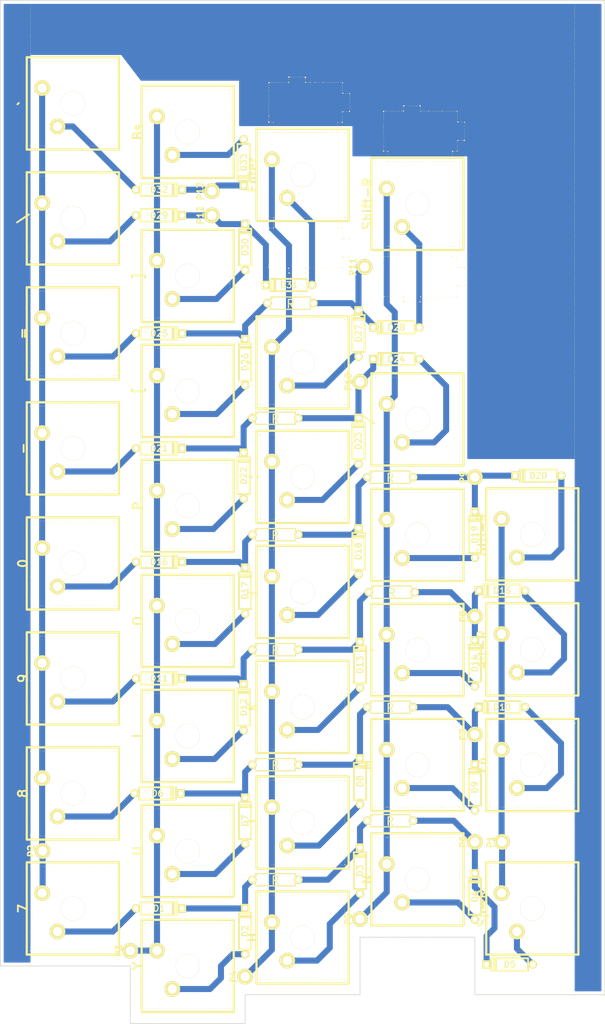
<source format=kicad_pcb>
(kicad_pcb (version 3) (host pcbnew "(2013-07-07 BZR 4022)-stable")
  (title_block (title type2_right))
  (layers (15 F.Cu signal) (0 B.Cu signal) (18 B.Paste user) (19 F.Paste user) (20 B.SilkS user) (21 F.SilkS user) (22 B.Mask user) (23 F.Mask user) (28 Edge.Cuts user))
  (net 0 "")
  (net 1 N-000001)
  (net 2 N-0000010)
  (net 3 N-0000011)
  (net 4 N-0000012)
  (net 5 N-0000013)
  (net 6 N-0000014)
  (net 7 N-0000015)
  (net 8 N-0000016)
  (net 9 N-0000017)
  (net 10 N-0000018)
  (net 11 N-0000019)
  (net 12 N-000002)
  (net 13 N-0000020)
  (net 14 N-0000021)
  (net 15 N-0000022)
  (net 16 N-0000023)
  (net 17 N-0000024)
  (net 18 N-0000025)
  (net 19 N-0000026)
  (net 20 N-0000027)
  (net 21 N-0000028)
  (net 22 N-0000029)
  (net 23 N-000003)
  (net 24 N-0000030)
  (net 25 N-0000031)
  (net 26 N-0000032)
  (net 27 N-0000033)
  (net 28 N-0000034)
  (net 29 N-0000035)
  (net 30 N-0000036)
  (net 31 N-0000037)
  (net 32 N-0000038)
  (net 33 N-0000039)
  (net 34 N-000004)
  (net 35 N-0000040)
  (net 36 N-0000041)
  (net 37 N-0000042)
  (net 38 N-0000043)
  (net 39 N-0000044)
  (net 40 N-0000045)
  (net 41 N-0000046)
  (net 42 N-0000047)
  (net 43 N-0000048)
  (net 44 N-0000049)
  (net 45 N-000005)
  (net 46 N-0000050)
  (net 47 N-0000051)
  (net 48 N-0000052)
  (net 49 N-0000053)
  (net 50 N-0000054)
  (net 51 N-0000055)
  (net 52 N-0000056)
  (net 53 N-000006)
  (net 54 N-000007)
  (net 55 N-000008)
  (net 56 N-000009)
  (module 1pin (layer F.Cu) (at 28 161.75 90)
    (fp_text reference P2 (at 0 -1.905 90) (layer F.SilkS) (effects (font (size 1.016 1.016) (thickness 0.254))))
    (fp_text value CONN_1 hide)
    (pad 1 thru_hole circle (at 0 0 90) (size 2.6 2.6) (drill 1.5011) (layers *.Cu *.Mask F.SilkS) (net 43 N-0000048))
  )
  (module 1pin (layer F.Cu) (at 42.5 178.25 90)
    (fp_text reference P3 (at 0 -1.905 90) (layer F.SilkS) (effects (font (size 1.016 1.016) (thickness 0.254))))
    (fp_text value CONN_1 hide)
    (pad 1 thru_hole circle (at 0 0 90) (size 2.6 2.6) (drill 1.5011) (layers *.Cu *.Mask F.SilkS) (net 42 N-0000047))
  )
  (module 1pin (layer F.Cu) (at 61.5 182.5 90)
    (fp_text reference P4 (at 0 -1.905 90) (layer F.SilkS) (effects (font (size 1.016 1.016) (thickness 0.254))))
    (fp_text value CONN_1 hide)
    (pad 1 thru_hole circle (at 0 0 90) (size 2.6 2.6) (drill 1.5011) (layers *.Cu *.Mask F.SilkS) (net 48 N-0000052))
  )
  (module 1pin (layer F.Cu) (at 80.5 173 90)
    (fp_text reference P5 (at 0 -1.905 90) (layer F.SilkS) (effects (font (size 1.016 1.016) (thickness 0.254))))
    (fp_text value CONN_1 hide)
    (pad 1 thru_hole circle (at 0 0 90) (size 2.6 2.6) (drill 1.5011) (layers *.Cu *.Mask F.SilkS) (net 47 N-0000051))
  )
  (module 1pin (layer F.Cu) (at 56 52.75 90)
    (fp_text reference P13 (at 0 -1.905 90) (layer F.SilkS) (effects (font (size 1.016 1.016) (thickness 0.254))))
    (fp_text value CONN_1 hide)
    (pad 1 thru_hole circle (at 0 0 90) (size 2.6 2.6) (drill 1.5011) (layers *.Cu *.Mask F.SilkS) (net 27 N-0000033))
  )
  (module 1pin (layer F.Cu) (at 56 56.75 90)
    (fp_text reference P12 (at 0 -1.905 90) (layer F.SilkS) (effects (font (size 1.016 1.016) (thickness 0.254))))
    (fp_text value CONN_1 hide)
    (pad 1 thru_hole circle (at 0 0 90) (size 2.6 2.6) (drill 1.5011) (layers *.Cu *.Mask F.SilkS) (net 28 N-0000034))
  )
  (module 1pin (layer F.Cu) (at 81.25 65.25 90)
    (fp_text reference P11 (at 0 -1.905 90) (layer F.SilkS) (effects (font (size 1.016 1.016) (thickness 0.254))))
    (fp_text value CONN_1 hide)
    (pad 1 thru_hole circle (at 0 0 90) (size 2.6 2.6) (drill 1.5011) (layers *.Cu *.Mask F.SilkS) (net 24 N-0000030))
  )
  (module 1pin (layer F.Cu) (at 80.5 84.25 90)
    (fp_text reference P10 (at 0 -1.905 90) (layer F.SilkS) (effects (font (size 1.016 1.016) (thickness 0.254))))
    (fp_text value CONN_1 hide)
    (pad 1 thru_hole circle (at 0 0 90) (size 2.6 2.6) (drill 1.5011) (layers *.Cu *.Mask F.SilkS) (net 25 N-0000031))
  )
  (module 1pin (layer F.Cu) (at 99.5 100 90)
    (fp_text reference P9 (at 0 -1.905 90) (layer F.SilkS) (effects (font (size 1.016 1.016) (thickness 0.254))))
    (fp_text value CONN_1 hide)
    (pad 1 thru_hole circle (at 0 0 90) (size 2.6 2.6) (drill 1.5011) (layers *.Cu *.Mask F.SilkS) (net 26 N-0000032))
  )
  (module 1pin (layer F.Cu) (at 99.5 123 90)
    (fp_text reference P8 (at 0 -1.905 90) (layer F.SilkS) (effects (font (size 1.016 1.016) (thickness 0.254))))
    (fp_text value CONN_1 hide)
    (pad 1 thru_hole circle (at 0 0 90) (size 2.6 2.6) (drill 1.5011) (layers *.Cu *.Mask F.SilkS) (net 4 N-0000012))
  )
  (module 1pin (layer F.Cu) (at 99.5 142.5 90)
    (fp_text reference P7 (at 0 -1.905 90) (layer F.SilkS) (effects (font (size 1.016 1.016) (thickness 0.254))))
    (fp_text value CONN_1 hide)
    (pad 1 thru_hole circle (at 0 0 90) (size 2.6 2.6) (drill 1.5011) (layers *.Cu *.Mask F.SilkS) (net 6 N-0000014))
  )
  (module 1pin (layer F.Cu) (at 99.5 160.25 90)
    (fp_text reference P6 (at 0 -1.905 90) (layer F.SilkS) (effects (font (size 1.016 1.016) (thickness 0.254))))
    (fp_text value CONN_1 hide)
    (pad 1 thru_hole circle (at 0 0 90) (size 2.6 2.6) (drill 1.5011) (layers *.Cu *.Mask F.SilkS) (net 12 N-000002))
  )
  (module 1pin (layer F.Cu) (at 104 160.25 90)
    (fp_text reference P1 (at 0 -1.905 90) (layer F.SilkS) (effects (font (size 1.016 1.016) (thickness 0.254))))
    (fp_text value CONN_1 hide)
    (pad 1 thru_hole circle (at 0 0 90) (size 2.6 2.6) (drill 1.5011) (layers *.Cu *.Mask F.SilkS) (net 40 N-0000045))
  )
  (module LOGO (layer F.Cu) (at 71 105.75 90)
    (fp_text reference G*** hide)
    (fp_text value LOGO hide)
  )
  (module R3 (layer F.Cu) (at 69 71.25)
    (fp_text reference R9 hide)
    (fp_text value R (at 0 0.127) (layer F.SilkS) (effects (font (size 1.397 1.27) (thickness 0.2032))))
    (pad 1 thru_hole circle (at -3.81 0) (size 1.397 1.397) (drill 0.8128) (layers *.Cu *.Mask F.SilkS) (net 20 N-0000027))
    (pad 2 thru_hole circle (at 3.81 0) (size 1.397 1.397) (drill 0.8128) (layers *.Cu *.Mask F.SilkS) (net 24 N-0000030))
  )
  (module R3 (layer F.Cu) (at 66.5 90.25)
    (fp_text reference R8 hide)
    (fp_text value R (at 0 0.127) (layer F.SilkS) (effects (font (size 1.397 1.27) (thickness 0.2032))))
    (pad 1 thru_hole circle (at -3.81 0) (size 1.397 1.397) (drill 0.8128) (layers *.Cu *.Mask F.SilkS) (net 21 N-0000028))
    (pad 2 thru_hole circle (at 3.81 0) (size 1.397 1.397) (drill 0.8128) (layers *.Cu *.Mask F.SilkS) (net 25 N-0000031))
  )
  (module R3 (layer F.Cu) (at 66.5 109.5)
    (fp_text reference R7 hide)
    (fp_text value R (at 0 0.127) (layer F.SilkS) (effects (font (size 1.397 1.27) (thickness 0.2032))))
    (pad 1 thru_hole circle (at -3.81 0) (size 1.397 1.397) (drill 0.8128) (layers *.Cu *.Mask F.SilkS) (net 56 N-000009))
    (pad 2 thru_hole circle (at 3.81 0) (size 1.397 1.397) (drill 0.8128) (layers *.Cu *.Mask F.SilkS) (net 22 N-0000029))
  )
  (module R3 (layer F.Cu) (at 85.75 119)
    (fp_text reference R6 hide)
    (fp_text value R (at 0 0.127) (layer F.SilkS) (effects (font (size 1.397 1.27) (thickness 0.2032))))
    (pad 1 thru_hole circle (at -3.81 0) (size 1.397 1.397) (drill 0.8128) (layers *.Cu *.Mask F.SilkS) (net 2 N-0000010))
    (pad 2 thru_hole circle (at 3.81 0) (size 1.397 1.397) (drill 0.8128) (layers *.Cu *.Mask F.SilkS) (net 4 N-0000012))
  )
  (module R3 (layer F.Cu) (at 66.5 128.5)
    (fp_text reference R5 hide)
    (fp_text value R (at 0 0.127) (layer F.SilkS) (effects (font (size 1.397 1.27) (thickness 0.2032))))
    (pad 1 thru_hole circle (at -3.81 0) (size 1.397 1.397) (drill 0.8128) (layers *.Cu *.Mask F.SilkS) (net 3 N-0000011))
    (pad 2 thru_hole circle (at 3.81 0) (size 1.397 1.397) (drill 0.8128) (layers *.Cu *.Mask F.SilkS) (net 2 N-0000010))
  )
  (module R3 (layer F.Cu) (at 85.5 138)
    (fp_text reference R4 hide)
    (fp_text value R (at 0 0.127) (layer F.SilkS) (effects (font (size 1.397 1.27) (thickness 0.2032))))
    (pad 1 thru_hole circle (at -3.81 0) (size 1.397 1.397) (drill 0.8128) (layers *.Cu *.Mask F.SilkS) (net 5 N-0000013))
    (pad 2 thru_hole circle (at 3.81 0) (size 1.397 1.397) (drill 0.8128) (layers *.Cu *.Mask F.SilkS) (net 6 N-0000014))
  )
  (module R3 (layer F.Cu) (at 66.5 147.5)
    (fp_text reference R3 hide)
    (fp_text value R (at 0 0.127) (layer F.SilkS) (effects (font (size 1.397 1.27) (thickness 0.2032))))
    (pad 1 thru_hole circle (at -3.81 0) (size 1.397 1.397) (drill 0.8128) (layers *.Cu *.Mask F.SilkS) (net 55 N-000008))
    (pad 2 thru_hole circle (at 3.81 0) (size 1.397 1.397) (drill 0.8128) (layers *.Cu *.Mask F.SilkS) (net 5 N-0000013))
  )
  (module R3 (layer F.Cu) (at 85.5 156.75)
    (fp_text reference R2 hide)
    (fp_text value R (at 0 0.127) (layer F.SilkS) (effects (font (size 1.397 1.27) (thickness 0.2032))))
    (pad 1 thru_hole circle (at -3.81 0) (size 1.397 1.397) (drill 0.8128) (layers *.Cu *.Mask F.SilkS) (net 34 N-000004))
    (pad 2 thru_hole circle (at 3.81 0) (size 1.397 1.397) (drill 0.8128) (layers *.Cu *.Mask F.SilkS) (net 12 N-000002))
  )
  (module R3 (layer F.Cu) (at 66.5 166.5)
    (fp_text reference R1 hide)
    (fp_text value R (at 0 0.127) (layer F.SilkS) (effects (font (size 1.397 1.27) (thickness 0.2032))))
    (pad 1 thru_hole circle (at -3.81 0) (size 1.397 1.397) (drill 0.8128) (layers *.Cu *.Mask F.SilkS) (net 23 N-000003))
    (pad 2 thru_hole circle (at 3.81 0) (size 1.397 1.397) (drill 0.8128) (layers *.Cu *.Mask F.SilkS) (net 34 N-000004))
  )
  (module MX1A_NOPCB (layer F.Cu) (at 90 90.45 90)
    (fp_text reference SW24 hide)
    (fp_text value / (at 0 -8.255 90) (layer F.SilkS) (effects (font (size 1.524 1.524) (thickness 0.3048))))
    (pad 0 thru_hole circle (at 0 0 90) (size 3.98018 3.98018) (drill 3.98018) (layers *.Cu *.Mask F.SilkS))
    (pad 2 thru_hole circle (at 2.54 -5.08 90) (size 2.6 2.6) (drill 1.5011) (layers *.Cu *.Mask F.SilkS) (net 47 N-0000051))
    (pad 1 thru_hole circle (at -3.81 -2.54 90) (size 2.6 2.6) (drill 1.5011) (layers *.Cu *.Mask F.SilkS) (net 19 N-0000026))
  )
  (module MX1A_NOPCB (layer F.Cu) (at 33 57.25 90)
    (fp_text reference SW29 hide)
    (fp_text value \ (at 0 -8.255 90) (layer F.SilkS) (effects (font (size 1.524 1.524) (thickness 0.3048))))
    (pad 0 thru_hole circle (at 0 0 90) (size 3.98018 3.98018) (drill 3.98018) (layers *.Cu *.Mask F.SilkS))
    (pad 2 thru_hole circle (at 2.54 -5.08 90) (size 2.6 2.6) (drill 1.5011) (layers *.Cu *.Mask F.SilkS) (net 43 N-0000048))
    (pad 1 thru_hole circle (at -3.81 -2.54 90) (size 2.6 2.6) (drill 1.5011) (layers *.Cu *.Mask F.SilkS) (net 14 N-0000021))
  )
  (module MX1A_NOPCB (layer F.Cu) (at 33 171.25 90)
    (fp_text reference SW1 hide)
    (fp_text value 7 (at 0 -8.255 90) (layer F.SilkS) (effects (font (size 1.524 1.524) (thickness 0.3048))))
    (pad 0 thru_hole circle (at 0 0 90) (size 3.98018 3.98018) (drill 3.98018) (layers *.Cu *.Mask F.SilkS))
    (pad 2 thru_hole circle (at 2.54 -5.08 90) (size 2.6 2.6) (drill 1.5011) (layers *.Cu *.Mask F.SilkS) (net 43 N-0000048))
    (pad 1 thru_hole circle (at -3.81 -2.54 90) (size 2.6 2.6) (drill 1.5011) (layers *.Cu *.Mask F.SilkS) (net 39 N-0000044))
  )
  (module MX1A_NOPCB (layer F.Cu) (at 52 104.75 90)
    (fp_text reference SW22 hide)
    (fp_text value P (at 0 -8.255 90) (layer F.SilkS) (effects (font (size 1.524 1.524) (thickness 0.3048))))
    (pad 0 thru_hole circle (at 0 0 90) (size 3.98018 3.98018) (drill 3.98018) (layers *.Cu *.Mask F.SilkS))
    (pad 2 thru_hole circle (at 2.54 -5.08 90) (size 2.6 2.6) (drill 1.5011) (layers *.Cu *.Mask F.SilkS) (net 42 N-0000047))
    (pad 1 thru_hole circle (at -3.81 -2.54 90) (size 2.6 2.6) (drill 1.5011) (layers *.Cu *.Mask F.SilkS) (net 8 N-0000016))
  )
  (module MX1A_NOPCB (layer F.Cu) (at 33 95.25 90)
    (fp_text reference SW21 hide)
    (fp_text value - (at 0 -8.255 90) (layer F.SilkS) (effects (font (size 1.524 1.524) (thickness 0.3048))))
    (pad 0 thru_hole circle (at 0 0 90) (size 3.98018 3.98018) (drill 3.98018) (layers *.Cu *.Mask F.SilkS))
    (pad 2 thru_hole circle (at 2.54 -5.08 90) (size 2.6 2.6) (drill 1.5011) (layers *.Cu *.Mask F.SilkS) (net 43 N-0000048))
    (pad 1 thru_hole circle (at -3.81 -2.54 90) (size 2.6 2.6) (drill 1.5011) (layers *.Cu *.Mask F.SilkS) (net 9 N-0000017))
  )
  (module MX1A_NOPCB (layer F.Cu) (at 109 109.45 90)
    (fp_text reference SW20 hide)
    (fp_text value GUI-R (at 0 -8.255 90) (layer F.SilkS) (effects (font (size 1.524 1.524) (thickness 0.3048))))
    (pad 0 thru_hole circle (at 0 0 90) (size 3.98018 3.98018) (drill 3.98018) (layers *.Cu *.Mask F.SilkS))
    (pad 2 thru_hole circle (at 2.54 -5.08 90) (size 2.6 2.6) (drill 1.5011) (layers *.Cu *.Mask F.SilkS) (net 40 N-0000045))
    (pad 1 thru_hole circle (at -3.81 -2.54 90) (size 2.6 2.6) (drill 1.5011) (layers *.Cu *.Mask F.SilkS) (net 10 N-0000018))
  )
  (module MX1A_NOPCB (layer F.Cu) (at 90 109.55 90)
    (fp_text reference SW19 hide)
    (fp_text value . (at 0 -8.255 90) (layer F.SilkS) (effects (font (size 1.524 1.524) (thickness 0.3048))))
    (pad 0 thru_hole circle (at 0 0 90) (size 3.98018 3.98018) (drill 3.98018) (layers *.Cu *.Mask F.SilkS))
    (pad 2 thru_hole circle (at 2.54 -5.08 90) (size 2.6 2.6) (drill 1.5011) (layers *.Cu *.Mask F.SilkS) (net 47 N-0000051))
    (pad 1 thru_hole circle (at -3.81 -2.54 90) (size 2.6 2.6) (drill 1.5011) (layers *.Cu *.Mask F.SilkS) (net 11 N-0000019))
  )
  (module MX1A_NOPCB (layer F.Cu) (at 71 118.95 90)
    (fp_text reference SW18 hide)
    (fp_text value L (at 0 -8.255 90) (layer F.SilkS) (effects (font (size 1.524 1.524) (thickness 0.3048))))
    (pad 0 thru_hole circle (at 0 0 90) (size 3.98018 3.98018) (drill 3.98018) (layers *.Cu *.Mask F.SilkS))
    (pad 2 thru_hole circle (at 2.54 -5.08 90) (size 2.6 2.6) (drill 1.5011) (layers *.Cu *.Mask F.SilkS) (net 48 N-0000052))
    (pad 1 thru_hole circle (at -3.81 -2.54 90) (size 2.6 2.6) (drill 1.5011) (layers *.Cu *.Mask F.SilkS) (net 13 N-0000020))
  )
  (module MX1A_NOPCB (layer F.Cu) (at 52 123.75 90)
    (fp_text reference SW17 hide)
    (fp_text value O (at 0 -8.255 90) (layer F.SilkS) (effects (font (size 1.524 1.524) (thickness 0.3048))))
    (pad 0 thru_hole circle (at 0 0 90) (size 3.98018 3.98018) (drill 3.98018) (layers *.Cu *.Mask F.SilkS))
    (pad 2 thru_hole circle (at 2.54 -5.08 90) (size 2.6 2.6) (drill 1.5011) (layers *.Cu *.Mask F.SilkS) (net 42 N-0000047))
    (pad 1 thru_hole circle (at -3.81 -2.54 90) (size 2.6 2.6) (drill 1.5011) (layers *.Cu *.Mask F.SilkS) (net 30 N-0000036))
  )
  (module MX1A_NOPCB (layer F.Cu) (at 33 114.25 90)
    (fp_text reference SW16 hide)
    (fp_text value 0 (at 0 -8.255 90) (layer F.SilkS) (effects (font (size 1.524 1.524) (thickness 0.3048))))
    (pad 0 thru_hole circle (at 0 0 90) (size 3.98018 3.98018) (drill 3.98018) (layers *.Cu *.Mask F.SilkS))
    (pad 2 thru_hole circle (at 2.54 -5.08 90) (size 2.6 2.6) (drill 1.5011) (layers *.Cu *.Mask F.SilkS) (net 43 N-0000048))
    (pad 1 thru_hole circle (at -3.81 -2.54 90) (size 2.6 2.6) (drill 1.5011) (layers *.Cu *.Mask F.SilkS) (net 29 N-0000035))
  )
  (module MX1A_NOPCB (layer F.Cu) (at 33 76.25 90)
    (fp_text reference SW25 hide)
    (fp_text value = (at 0 -8.255 90) (layer F.SilkS) (effects (font (size 1.524 1.524) (thickness 0.3048))))
    (pad 0 thru_hole circle (at 0 0 90) (size 3.98018 3.98018) (drill 3.98018) (layers *.Cu *.Mask F.SilkS))
    (pad 2 thru_hole circle (at 2.54 -5.08 90) (size 2.6 2.6) (drill 1.5011) (layers *.Cu *.Mask F.SilkS) (net 43 N-0000048))
    (pad 1 thru_hole circle (at -3.81 -2.54 90) (size 2.6 2.6) (drill 1.5011) (layers *.Cu *.Mask F.SilkS) (net 18 N-0000025))
  )
  (module MX1A_NOPCB (layer F.Cu) (at 52 85.75 90)
    (fp_text reference SW26 hide)
    (fp_text value [ (at 0 -8.255 90) (layer F.SilkS) (effects (font (size 1.524 1.524) (thickness 0.3048))))
    (pad 0 thru_hole circle (at 0 0 90) (size 3.98018 3.98018) (drill 3.98018) (layers *.Cu *.Mask F.SilkS))
    (pad 2 thru_hole circle (at 2.54 -5.08 90) (size 2.6 2.6) (drill 1.5011) (layers *.Cu *.Mask F.SilkS) (net 42 N-0000047))
    (pad 1 thru_hole circle (at -3.81 -2.54 90) (size 2.6 2.6) (drill 1.5011) (layers *.Cu *.Mask F.SilkS) (net 17 N-0000024))
  )
  (module MX1A_NOPCB (layer F.Cu) (at 71 81.05 90)
    (fp_text reference SW27 hide)
    (fp_text value ' (at 0 -8.255 90) (layer F.SilkS) (effects (font (size 1.524 1.524) (thickness 0.3048))))
    (pad 0 thru_hole circle (at 0 0 90) (size 3.98018 3.98018) (drill 3.98018) (layers *.Cu *.Mask F.SilkS))
    (pad 2 thru_hole circle (at 2.54 -5.08 90) (size 2.6 2.6) (drill 1.5011) (layers *.Cu *.Mask F.SilkS) (net 48 N-0000052))
    (pad 1 thru_hole circle (at -3.81 -2.54 90) (size 2.6 2.6) (drill 1.5011) (layers *.Cu *.Mask F.SilkS) (net 16 N-0000023))
  )
  (module MX1A_NOPCB (layer F.Cu) (at 90 54.85 90)
    (fp_text reference SW28 hide)
    (fp_text value Shift-R (at 0 -8.255 90) (layer F.SilkS) (effects (font (size 1.524 1.524) (thickness 0.3048))))
    (pad 0 thru_hole circle (at 0 0 90) (size 3.98018 3.98018) (drill 3.98018) (layers *.Cu *.Mask F.SilkS))
    (pad 2 thru_hole circle (at 2.54 -5.08 90) (size 2.6 2.6) (drill 1.5011) (layers *.Cu *.Mask F.SilkS) (net 47 N-0000051))
    (pad 1 thru_hole circle (at -3.81 -2.54 90) (size 2.6 2.6) (drill 1.5011) (layers *.Cu *.Mask F.SilkS) (net 15 N-0000022))
  )
  (module MX1A_NOPCB (layer F.Cu) (at 71 99.95 90)
    (fp_text reference SW23 hide)
    (fp_text value ; (at 0 -8.255 90) (layer F.SilkS) (effects (font (size 1.524 1.524) (thickness 0.3048))))
    (pad 0 thru_hole circle (at 0 0 90) (size 3.98018 3.98018) (drill 3.98018) (layers *.Cu *.Mask F.SilkS))
    (pad 2 thru_hole circle (at 2.54 -5.08 90) (size 2.6 2.6) (drill 1.5011) (layers *.Cu *.Mask F.SilkS) (net 48 N-0000052))
    (pad 1 thru_hole circle (at -3.81 -2.54 90) (size 2.6 2.6) (drill 1.5011) (layers *.Cu *.Mask F.SilkS) (net 7 N-0000015))
  )
  (module MX1A_NOPCB (layer F.Cu) (at 52 66.75 90)
    (fp_text reference SW30 hide)
    (fp_text value ] (at 0 -8.255 90) (layer F.SilkS) (effects (font (size 1.524 1.524) (thickness 0.3048))))
    (pad 0 thru_hole circle (at 0 0 90) (size 3.98018 3.98018) (drill 3.98018) (layers *.Cu *.Mask F.SilkS))
    (pad 2 thru_hole circle (at 2.54 -5.08 90) (size 2.6 2.6) (drill 1.5011) (layers *.Cu *.Mask F.SilkS) (net 42 N-0000047))
    (pad 1 thru_hole circle (at -3.81 -2.54 90) (size 2.6 2.6) (drill 1.5011) (layers *.Cu *.Mask F.SilkS) (net 54 N-000007))
  )
  (module MX1A_NOPCB (layer F.Cu) (at 71 50.05 90)
    (fp_text reference SW31 hide)
    (fp_text value Enter (at 0 -8.255 90) (layer F.SilkS) (effects (font (size 1.524 1.524) (thickness 0.3048))))
    (pad 0 thru_hole circle (at 0 0 90) (size 3.98018 3.98018) (drill 3.98018) (layers *.Cu *.Mask F.SilkS))
    (pad 2 thru_hole circle (at 2.54 -5.08 90) (size 2.6 2.6) (drill 1.5011) (layers *.Cu *.Mask F.SilkS) (net 48 N-0000052))
    (pad 1 thru_hole circle (at -3.81 -2.54 90) (size 2.6 2.6) (drill 1.5011) (layers *.Cu *.Mask F.SilkS) (net 53 N-000006))
  )
  (module MX1A_NOPCB (layer F.Cu) (at 33 38.25 90)
    (fp_text reference SW32 hide)
    (fp_text value ` (at 0 -8.255 90) (layer F.SilkS) (effects (font (size 1.524 1.524) (thickness 0.3048))))
    (pad 0 thru_hole circle (at 0 0 90) (size 3.98018 3.98018) (drill 3.98018) (layers *.Cu *.Mask F.SilkS))
    (pad 2 thru_hole circle (at 2.54 -5.08 90) (size 2.6 2.6) (drill 1.5011) (layers *.Cu *.Mask F.SilkS) (net 43 N-0000048))
    (pad 1 thru_hole circle (at -3.81 -2.54 90) (size 2.6 2.6) (drill 1.5011) (layers *.Cu *.Mask F.SilkS) (net 45 N-000005))
  )
  (module MX1A_NOPCB (layer F.Cu) (at 52 42.95 90)
    (fp_text reference SW33 hide)
    (fp_text value Bs (at 0 -8.255 90) (layer F.SilkS) (effects (font (size 1.524 1.524) (thickness 0.3048))))
    (pad 0 thru_hole circle (at 0 0 90) (size 3.98018 3.98018) (drill 3.98018) (layers *.Cu *.Mask F.SilkS))
    (pad 2 thru_hole circle (at 2.54 -5.08 90) (size 2.6 2.6) (drill 1.5011) (layers *.Cu *.Mask F.SilkS) (net 42 N-0000047))
    (pad 1 thru_hole circle (at -3.81 -2.54 90) (size 2.6 2.6) (drill 1.5011) (layers *.Cu *.Mask F.SilkS) (net 1 N-000001))
  )
  (module MX1A_NOPCB (layer F.Cu) (at 90 147.55 90)
    (fp_text reference SW9 hide)
    (fp_text value M (at 0 -8.255 90) (layer F.SilkS) (effects (font (size 1.524 1.524) (thickness 0.3048))))
    (pad 0 thru_hole circle (at 0 0 90) (size 3.98018 3.98018) (drill 3.98018) (layers *.Cu *.Mask F.SilkS))
    (pad 2 thru_hole circle (at 2.54 -5.08 90) (size 2.6 2.6) (drill 1.5011) (layers *.Cu *.Mask F.SilkS) (net 47 N-0000051))
    (pad 1 thru_hole circle (at -3.81 -2.54 90) (size 2.6 2.6) (drill 1.5011) (layers *.Cu *.Mask F.SilkS) (net 46 N-0000050))
  )
  (module MX1A_NOPCB (layer F.Cu) (at 52 161.75 90)
    (fp_text reference SW7 hide)
    (fp_text value U (at 0 -8.255 90) (layer F.SilkS) (effects (font (size 1.524 1.524) (thickness 0.3048))))
    (pad 0 thru_hole circle (at 0 0 90) (size 3.98018 3.98018) (drill 3.98018) (layers *.Cu *.Mask F.SilkS))
    (pad 2 thru_hole circle (at 2.54 -5.08 90) (size 2.6 2.6) (drill 1.5011) (layers *.Cu *.Mask F.SilkS) (net 42 N-0000047))
    (pad 1 thru_hole circle (at -3.81 -2.54 90) (size 2.6 2.6) (drill 1.5011) (layers *.Cu *.Mask F.SilkS) (net 49 N-0000053))
  )
  (module MX1A_NOPCB (layer F.Cu) (at 109 147.55 90)
    (fp_text reference SW10 hide)
    (fp_text value Fn (at 0 -8.255 90) (layer F.SilkS) (effects (font (size 1.524 1.524) (thickness 0.3048))))
    (pad 0 thru_hole circle (at 0 0 90) (size 3.98018 3.98018) (drill 3.98018) (layers *.Cu *.Mask F.SilkS))
    (pad 2 thru_hole circle (at 2.54 -5.08 90) (size 2.6 2.6) (drill 1.5011) (layers *.Cu *.Mask F.SilkS) (net 40 N-0000045))
    (pad 1 thru_hole circle (at -3.81 -2.54 90) (size 2.6 2.6) (drill 1.5011) (layers *.Cu *.Mask F.SilkS) (net 44 N-0000049))
  )
  (module MX1A_NOPCB (layer F.Cu) (at 33 133.25 90)
    (fp_text reference SW11 hide)
    (fp_text value 9 (at 0 -8.255 90) (layer F.SilkS) (effects (font (size 1.524 1.524) (thickness 0.3048))))
    (pad 0 thru_hole circle (at 0 0 90) (size 3.98018 3.98018) (drill 3.98018) (layers *.Cu *.Mask F.SilkS))
    (pad 2 thru_hole circle (at 2.54 -5.08 90) (size 2.6 2.6) (drill 1.5011) (layers *.Cu *.Mask F.SilkS) (net 43 N-0000048))
    (pad 1 thru_hole circle (at -3.81 -2.54 90) (size 2.6 2.6) (drill 1.5011) (layers *.Cu *.Mask F.SilkS) (net 51 N-0000055))
  )
  (module MX1A_NOPCB (layer F.Cu) (at 33 152.25 90)
    (fp_text reference SW6 hide)
    (fp_text value 8 (at 0 -8.255 90) (layer F.SilkS) (effects (font (size 1.524 1.524) (thickness 0.3048))))
    (pad 0 thru_hole circle (at 0 0 90) (size 3.98018 3.98018) (drill 3.98018) (layers *.Cu *.Mask F.SilkS))
    (pad 2 thru_hole circle (at 2.54 -5.08 90) (size 2.6 2.6) (drill 1.5011) (layers *.Cu *.Mask F.SilkS) (net 43 N-0000048))
    (pad 1 thru_hole circle (at -3.81 -2.54 90) (size 2.6 2.6) (drill 1.5011) (layers *.Cu *.Mask F.SilkS) (net 35 N-0000040))
  )
  (module MX1A_NOPCB (layer F.Cu) (at 52 142.75 90)
    (fp_text reference SW12 hide)
    (fp_text value I (at 0 -8.255 90) (layer F.SilkS) (effects (font (size 1.524 1.524) (thickness 0.3048))))
    (pad 0 thru_hole circle (at 0 0 90) (size 3.98018 3.98018) (drill 3.98018) (layers *.Cu *.Mask F.SilkS))
    (pad 2 thru_hole circle (at 2.54 -5.08 90) (size 2.6 2.6) (drill 1.5011) (layers *.Cu *.Mask F.SilkS) (net 42 N-0000047))
    (pad 1 thru_hole circle (at -3.81 -2.54 90) (size 2.6 2.6) (drill 1.5011) (layers *.Cu *.Mask F.SilkS) (net 41 N-0000046))
  )
  (module MX1A_NOPCB (layer F.Cu) (at 109 171.25 90)
    (fp_text reference SW5 hide)
    (fp_text value Sp-R (at 0 -8.255 90) (layer F.SilkS) (effects (font (size 1.524 1.524) (thickness 0.3048))))
    (pad 0 thru_hole circle (at 0 0 90) (size 3.98018 3.98018) (drill 3.98018) (layers *.Cu *.Mask F.SilkS))
    (pad 2 thru_hole circle (at 2.54 -5.08 90) (size 2.6 2.6) (drill 1.5011) (layers *.Cu *.Mask F.SilkS) (net 40 N-0000045))
    (pad 1 thru_hole circle (at -3.81 -2.54 90) (size 2.6 2.6) (drill 1.5011) (layers *.Cu *.Mask F.SilkS) (net 36 N-0000041))
  )
  (module MX1A_NOPCB (layer F.Cu) (at 71 137.95 90)
    (fp_text reference SW13 hide)
    (fp_text value K (at 0 -8.255 90) (layer F.SilkS) (effects (font (size 1.524 1.524) (thickness 0.3048))))
    (pad 0 thru_hole circle (at 0 0 90) (size 3.98018 3.98018) (drill 3.98018) (layers *.Cu *.Mask F.SilkS))
    (pad 2 thru_hole circle (at 2.54 -5.08 90) (size 2.6 2.6) (drill 1.5011) (layers *.Cu *.Mask F.SilkS) (net 48 N-0000052))
    (pad 1 thru_hole circle (at -3.81 -2.54 90) (size 2.6 2.6) (drill 1.5011) (layers *.Cu *.Mask F.SilkS) (net 33 N-0000039))
  )
  (module MX1A_NOPCB (layer F.Cu) (at 90 166.45 90)
    (fp_text reference SW4 hide)
    (fp_text value N (at 0 -8.255 90) (layer F.SilkS) (effects (font (size 1.524 1.524) (thickness 0.3048))))
    (pad 0 thru_hole circle (at 0 0 90) (size 3.98018 3.98018) (drill 3.98018) (layers *.Cu *.Mask F.SilkS))
    (pad 2 thru_hole circle (at 2.54 -5.08 90) (size 2.6 2.6) (drill 1.5011) (layers *.Cu *.Mask F.SilkS) (net 47 N-0000051))
    (pad 1 thru_hole circle (at -3.81 -2.54 90) (size 2.6 2.6) (drill 1.5011) (layers *.Cu *.Mask F.SilkS) (net 37 N-0000042))
  )
  (module MX1A_NOPCB (layer F.Cu) (at 71 157.05 90)
    (fp_text reference SW8 hide)
    (fp_text value J (at 0 -8.255 90) (layer F.SilkS) (effects (font (size 1.524 1.524) (thickness 0.3048))))
    (pad 0 thru_hole circle (at 0 0 90) (size 3.98018 3.98018) (drill 3.98018) (layers *.Cu *.Mask F.SilkS))
    (pad 2 thru_hole circle (at 2.54 -5.08 90) (size 2.6 2.6) (drill 1.5011) (layers *.Cu *.Mask F.SilkS) (net 48 N-0000052))
    (pad 1 thru_hole circle (at -3.81 -2.54 90) (size 2.6 2.6) (drill 1.5011) (layers *.Cu *.Mask F.SilkS) (net 50 N-0000054))
  )
  (module MX1A_NOPCB (layer F.Cu) (at 71 176.05 90)
    (fp_text reference SW3 hide)
    (fp_text value H (at 0 -8.255 90) (layer F.SilkS) (effects (font (size 1.524 1.524) (thickness 0.3048))))
    (pad 0 thru_hole circle (at 0 0 90) (size 3.98018 3.98018) (drill 3.98018) (layers *.Cu *.Mask F.SilkS))
    (pad 2 thru_hole circle (at 2.54 -5.08 90) (size 2.6 2.6) (drill 1.5011) (layers *.Cu *.Mask F.SilkS) (net 48 N-0000052))
    (pad 1 thru_hole circle (at -3.81 -2.54 90) (size 2.6 2.6) (drill 1.5011) (layers *.Cu *.Mask F.SilkS) (net 38 N-0000043))
  )
  (module MX1A_NOPCB (layer F.Cu) (at 90 128.55 90)
    (fp_text reference SW14 hide)
    (fp_text value , (at 0 -8.255 90) (layer F.SilkS) (effects (font (size 1.524 1.524) (thickness 0.3048))))
    (pad 0 thru_hole circle (at 0 0 90) (size 3.98018 3.98018) (drill 3.98018) (layers *.Cu *.Mask F.SilkS))
    (pad 2 thru_hole circle (at 2.54 -5.08 90) (size 2.6 2.6) (drill 1.5011) (layers *.Cu *.Mask F.SilkS) (net 47 N-0000051))
    (pad 1 thru_hole circle (at -3.81 -2.54 90) (size 2.6 2.6) (drill 1.5011) (layers *.Cu *.Mask F.SilkS) (net 32 N-0000038))
  )
  (module MX1A_NOPCB (layer F.Cu) (at 52 180.75 90)
    (fp_text reference SW2 hide)
    (fp_text value Y (at 0 -8.255 90) (layer F.SilkS) (effects (font (size 1.524 1.524) (thickness 0.3048))))
    (pad 0 thru_hole circle (at 0 0 90) (size 3.98018 3.98018) (drill 3.98018) (layers *.Cu *.Mask F.SilkS))
    (pad 2 thru_hole circle (at 2.54 -5.08 90) (size 2.6 2.6) (drill 1.5011) (layers *.Cu *.Mask F.SilkS) (net 42 N-0000047))
    (pad 1 thru_hole circle (at -3.81 -2.54 90) (size 2.6 2.6) (drill 1.5011) (layers *.Cu *.Mask F.SilkS) (net 52 N-0000056))
  )
  (module MX1A_NOPCB (layer F.Cu) (at 109 128.45 90)
    (fp_text reference SW15 hide)
    (fp_text value Alt-R (at 0 -8.255 90) (layer F.SilkS) (effects (font (size 1.524 1.524) (thickness 0.3048))))
    (pad 0 thru_hole circle (at 0 0 90) (size 3.98018 3.98018) (drill 3.98018) (layers *.Cu *.Mask F.SilkS))
    (pad 2 thru_hole circle (at 2.54 -5.08 90) (size 2.6 2.6) (drill 1.5011) (layers *.Cu *.Mask F.SilkS) (net 40 N-0000045))
    (pad 1 thru_hole circle (at -3.81 -2.54 90) (size 2.6 2.6) (drill 1.5011) (layers *.Cu *.Mask F.SilkS) (net 31 N-0000037))
  )
  (module D3 (layer F.Cu) (at 61.25 48 270)
    (fp_text reference D33 (at 0 0 270) (layer F.SilkS) (effects (font (size 1.016 1.016) (thickness 0.2032))))
    (fp_text value DIODE hide)
    (pad 2 thru_hole rect (at 3.81 0 270) (size 1.397 1.397) (drill 0.8128) (layers *.Cu *.Mask F.SilkS) (net 27 N-0000033))
    (pad 1 thru_hole circle (at -3.81 0 270) (size 1.397 1.397) (drill 0.8128) (layers *.Cu *.Mask F.SilkS) (net 1 N-000001))
  )
  (module D3 (layer F.Cu) (at 47.25 56.75)
    (fp_text reference D29 (at 0 0) (layer F.SilkS) (effects (font (size 1.016 1.016) (thickness 0.2032))))
    (fp_text value DIODE hide)
    (pad 2 thru_hole rect (at 3.81 0) (size 1.397 1.397) (drill 0.8128) (layers *.Cu *.Mask F.SilkS) (net 28 N-0000034))
    (pad 1 thru_hole circle (at -3.81 0) (size 1.397 1.397) (drill 0.8128) (layers *.Cu *.Mask F.SilkS) (net 14 N-0000021))
  )
  (module D3 (layer F.Cu) (at 61.5 156.75 90)
    (fp_text reference D7 (at 0 0 90) (layer F.SilkS) (effects (font (size 1.016 1.016) (thickness 0.2032))))
    (fp_text value DIODE hide)
    (pad 2 thru_hole rect (at 3.81 0 90) (size 1.397 1.397) (drill 0.8128) (layers *.Cu *.Mask F.SilkS) (net 55 N-000008))
    (pad 1 thru_hole circle (at -3.81 0 90) (size 1.397 1.397) (drill 0.8128) (layers *.Cu *.Mask F.SilkS) (net 49 N-0000053))
  )
  (module D3 (layer F.Cu) (at 61.5 62 90)
    (fp_text reference D30 (at 0 0 90) (layer F.SilkS) (effects (font (size 1.016 1.016) (thickness 0.2032))))
    (fp_text value DIODE hide)
    (pad 2 thru_hole rect (at 3.81 0 90) (size 1.397 1.397) (drill 0.8128) (layers *.Cu *.Mask F.SilkS) (net 28 N-0000034))
    (pad 1 thru_hole circle (at -3.81 0 90) (size 1.397 1.397) (drill 0.8128) (layers *.Cu *.Mask F.SilkS) (net 54 N-000007))
  )
  (module D3 (layer F.Cu) (at 86.5 75.25 180)
    (fp_text reference D28 (at 0 0 180) (layer F.SilkS) (effects (font (size 1.016 1.016) (thickness 0.2032))))
    (fp_text value DIODE hide)
    (pad 2 thru_hole rect (at 3.81 0 180) (size 1.397 1.397) (drill 0.8128) (layers *.Cu *.Mask F.SilkS) (net 24 N-0000030))
    (pad 1 thru_hole circle (at -3.81 0 180) (size 1.397 1.397) (drill 0.8128) (layers *.Cu *.Mask F.SilkS) (net 15 N-0000022))
  )
  (module D3 (layer F.Cu) (at 68.75 68.25 180)
    (fp_text reference D31 (at 0 0 180) (layer F.SilkS) (effects (font (size 1.016 1.016) (thickness 0.2032))))
    (fp_text value DIODE hide)
    (pad 2 thru_hole rect (at 3.81 0 180) (size 1.397 1.397) (drill 0.8128) (layers *.Cu *.Mask F.SilkS) (net 28 N-0000034))
    (pad 1 thru_hole circle (at -3.81 0 180) (size 1.397 1.397) (drill 0.8128) (layers *.Cu *.Mask F.SilkS) (net 53 N-000006))
  )
  (module D3 (layer F.Cu) (at 47 152.25)
    (fp_text reference D6 (at 0 0) (layer F.SilkS) (effects (font (size 1.016 1.016) (thickness 0.2032))))
    (fp_text value DIODE hide)
    (pad 2 thru_hole rect (at 3.81 0) (size 1.397 1.397) (drill 0.8128) (layers *.Cu *.Mask F.SilkS) (net 55 N-000008))
    (pad 1 thru_hole circle (at -3.81 0) (size 1.397 1.397) (drill 0.8128) (layers *.Cu *.Mask F.SilkS) (net 35 N-0000040))
  )
  (module D3 (layer F.Cu) (at 47.25 52.5)
    (fp_text reference D32 (at 0 0) (layer F.SilkS) (effects (font (size 1.016 1.016) (thickness 0.2032))))
    (fp_text value DIODE hide)
    (pad 2 thru_hole rect (at 3.81 0) (size 1.397 1.397) (drill 0.8128) (layers *.Cu *.Mask F.SilkS) (net 27 N-0000033))
    (pad 1 thru_hole circle (at -3.81 0) (size 1.397 1.397) (drill 0.8128) (layers *.Cu *.Mask F.SilkS) (net 45 N-000005))
  )
  (module D3 (layer F.Cu) (at 47.25 171.25)
    (fp_text reference D1 (at 0 0) (layer F.SilkS) (effects (font (size 1.016 1.016) (thickness 0.2032))))
    (fp_text value DIODE hide)
    (pad 2 thru_hole rect (at 3.81 0) (size 1.397 1.397) (drill 0.8128) (layers *.Cu *.Mask F.SilkS) (net 23 N-000003))
    (pad 1 thru_hole circle (at -3.81 0) (size 1.397 1.397) (drill 0.8128) (layers *.Cu *.Mask F.SilkS) (net 39 N-0000044))
  )
  (module D3 (layer F.Cu) (at 105.25 180.5 180)
    (fp_text reference D5 (at 0 0 180) (layer F.SilkS) (effects (font (size 1.016 1.016) (thickness 0.2032))))
    (fp_text value DIODE hide)
    (pad 2 thru_hole rect (at 3.81 0 180) (size 1.397 1.397) (drill 0.8128) (layers *.Cu *.Mask F.SilkS) (net 12 N-000002))
    (pad 1 thru_hole circle (at -3.81 0 180) (size 1.397 1.397) (drill 0.8128) (layers *.Cu *.Mask F.SilkS) (net 36 N-0000041))
  )
  (module D3 (layer F.Cu) (at 99.5 169.25 90)
    (fp_text reference D4 (at 0 0 90) (layer F.SilkS) (effects (font (size 1.016 1.016) (thickness 0.2032))))
    (fp_text value DIODE hide)
    (pad 2 thru_hole rect (at 3.81 0 90) (size 1.397 1.397) (drill 0.8128) (layers *.Cu *.Mask F.SilkS) (net 12 N-000002))
    (pad 1 thru_hole circle (at -3.81 0 90) (size 1.397 1.397) (drill 0.8128) (layers *.Cu *.Mask F.SilkS) (net 37 N-0000042))
  )
  (module D3 (layer F.Cu) (at 80.5 165 90)
    (fp_text reference D3 (at 0 0 90) (layer F.SilkS) (effects (font (size 1.016 1.016) (thickness 0.2032))))
    (fp_text value DIODE hide)
    (pad 2 thru_hole rect (at 3.81 0 90) (size 1.397 1.397) (drill 0.8128) (layers *.Cu *.Mask F.SilkS) (net 34 N-000004))
    (pad 1 thru_hole circle (at -3.81 0 90) (size 1.397 1.397) (drill 0.8128) (layers *.Cu *.Mask F.SilkS) (net 38 N-0000043))
  )
  (module D3 (layer F.Cu) (at 61.5 175 90)
    (fp_text reference D2 (at 0 0 90) (layer F.SilkS) (effects (font (size 1.016 1.016) (thickness 0.2032))))
    (fp_text value DIODE hide)
    (pad 2 thru_hole rect (at 3.81 0 90) (size 1.397 1.397) (drill 0.8128) (layers *.Cu *.Mask F.SilkS) (net 23 N-000003))
    (pad 1 thru_hole circle (at -3.81 0 90) (size 1.397 1.397) (drill 0.8128) (layers *.Cu *.Mask F.SilkS) (net 52 N-0000056))
  )
  (module D3 (layer F.Cu) (at 80.5 150.25 90)
    (fp_text reference D8 (at 0 0 90) (layer F.SilkS) (effects (font (size 1.016 1.016) (thickness 0.2032))))
    (fp_text value DIODE hide)
    (pad 2 thru_hole rect (at 3.81 0 90) (size 1.397 1.397) (drill 0.8128) (layers *.Cu *.Mask F.SilkS) (net 5 N-0000013))
    (pad 1 thru_hole circle (at -3.81 0 90) (size 1.397 1.397) (drill 0.8128) (layers *.Cu *.Mask F.SilkS) (net 50 N-0000054))
  )
  (module D3 (layer F.Cu) (at 104 118.75 180)
    (fp_text reference D15 (at 0 0 180) (layer F.SilkS) (effects (font (size 1.016 1.016) (thickness 0.2032))))
    (fp_text value DIODE hide)
    (pad 2 thru_hole rect (at 3.81 0 180) (size 1.397 1.397) (drill 0.8128) (layers *.Cu *.Mask F.SilkS) (net 4 N-0000012))
    (pad 1 thru_hole circle (at -3.81 0 180) (size 1.397 1.397) (drill 0.8128) (layers *.Cu *.Mask F.SilkS) (net 31 N-0000037))
  )
  (module D3 (layer F.Cu) (at 99.5 130.75 90)
    (fp_text reference D14 (at 0 0 90) (layer F.SilkS) (effects (font (size 1.016 1.016) (thickness 0.2032))))
    (fp_text value DIODE hide)
    (pad 2 thru_hole rect (at 3.81 0 90) (size 1.397 1.397) (drill 0.8128) (layers *.Cu *.Mask F.SilkS) (net 4 N-0000012))
    (pad 1 thru_hole circle (at -3.81 0 90) (size 1.397 1.397) (drill 0.8128) (layers *.Cu *.Mask F.SilkS) (net 32 N-0000038))
  )
  (module D3 (layer F.Cu) (at 47.25 114)
    (fp_text reference D16 (at 0 0) (layer F.SilkS) (effects (font (size 1.016 1.016) (thickness 0.2032))))
    (fp_text value DIODE hide)
    (pad 2 thru_hole rect (at 3.81 0) (size 1.397 1.397) (drill 0.8128) (layers *.Cu *.Mask F.SilkS) (net 56 N-000009))
    (pad 1 thru_hole circle (at -3.81 0) (size 1.397 1.397) (drill 0.8128) (layers *.Cu *.Mask F.SilkS) (net 29 N-0000035))
  )
  (module D3 (layer F.Cu) (at 61.5 118.75 90)
    (fp_text reference D17 (at 0 0 90) (layer F.SilkS) (effects (font (size 1.016 1.016) (thickness 0.2032))))
    (fp_text value DIODE hide)
    (pad 2 thru_hole rect (at 3.81 0 90) (size 1.397 1.397) (drill 0.8128) (layers *.Cu *.Mask F.SilkS) (net 56 N-000009))
    (pad 1 thru_hole circle (at -3.81 0 90) (size 1.397 1.397) (drill 0.8128) (layers *.Cu *.Mask F.SilkS) (net 30 N-0000036))
  )
  (module D3 (layer F.Cu) (at 80.5 131 90)
    (fp_text reference D13 (at 0 0 90) (layer F.SilkS) (effects (font (size 1.016 1.016) (thickness 0.2032))))
    (fp_text value DIODE hide)
    (pad 2 thru_hole rect (at 3.81 0 90) (size 1.397 1.397) (drill 0.8128) (layers *.Cu *.Mask F.SilkS) (net 2 N-0000010))
    (pad 1 thru_hole circle (at -3.81 0 90) (size 1.397 1.397) (drill 0.8128) (layers *.Cu *.Mask F.SilkS) (net 33 N-0000039))
  )
  (module D3 (layer F.Cu) (at 80.25 112.25 90)
    (fp_text reference D18 (at 0 0 90) (layer F.SilkS) (effects (font (size 1.016 1.016) (thickness 0.2032))))
    (fp_text value DIODE hide)
    (pad 2 thru_hole rect (at 3.81 0 90) (size 1.397 1.397) (drill 0.8128) (layers *.Cu *.Mask F.SilkS) (net 22 N-0000029))
    (pad 1 thru_hole circle (at -3.81 0 90) (size 1.397 1.397) (drill 0.8128) (layers *.Cu *.Mask F.SilkS) (net 13 N-0000020))
  )
  (module D3 (layer F.Cu) (at 99.5 109.5 90)
    (fp_text reference D19 (at 0 0 90) (layer F.SilkS) (effects (font (size 1.016 1.016) (thickness 0.2032))))
    (fp_text value DIODE hide)
    (pad 2 thru_hole rect (at 3.81 0 90) (size 1.397 1.397) (drill 0.8128) (layers *.Cu *.Mask F.SilkS) (net 26 N-0000032))
    (pad 1 thru_hole circle (at -3.81 0 90) (size 1.397 1.397) (drill 0.8128) (layers *.Cu *.Mask F.SilkS) (net 11 N-0000019))
  )
  (module D3 (layer F.Cu) (at 61.25 138 90)
    (fp_text reference D12 (at 0 0 90) (layer F.SilkS) (effects (font (size 1.016 1.016) (thickness 0.2032))))
    (fp_text value DIODE hide)
    (pad 2 thru_hole rect (at 3.81 0 90) (size 1.397 1.397) (drill 0.8128) (layers *.Cu *.Mask F.SilkS) (net 3 N-0000011))
    (pad 1 thru_hole circle (at -3.81 0 90) (size 1.397 1.397) (drill 0.8128) (layers *.Cu *.Mask F.SilkS) (net 41 N-0000046))
  )
  (module D3 (layer F.Cu) (at 110 99.75 180)
    (fp_text reference D20 (at 0 0 180) (layer F.SilkS) (effects (font (size 1.016 1.016) (thickness 0.2032))))
    (fp_text value DIODE hide)
    (pad 2 thru_hole rect (at 3.81 0 180) (size 1.397 1.397) (drill 0.8128) (layers *.Cu *.Mask F.SilkS) (net 26 N-0000032))
    (pad 1 thru_hole circle (at -3.81 0 180) (size 1.397 1.397) (drill 0.8128) (layers *.Cu *.Mask F.SilkS) (net 10 N-0000018))
  )
  (module D3 (layer F.Cu) (at 47.25 95.25)
    (fp_text reference D21 (at 0 0) (layer F.SilkS) (effects (font (size 1.016 1.016) (thickness 0.2032))))
    (fp_text value DIODE hide)
    (pad 2 thru_hole rect (at 3.81 0) (size 1.397 1.397) (drill 0.8128) (layers *.Cu *.Mask F.SilkS) (net 21 N-0000028))
    (pad 1 thru_hole circle (at -3.81 0) (size 1.397 1.397) (drill 0.8128) (layers *.Cu *.Mask F.SilkS) (net 9 N-0000017))
  )
  (module D3 (layer F.Cu) (at 80.25 76.25 90)
    (fp_text reference D27 (at 0 0 90) (layer F.SilkS) (effects (font (size 1.016 1.016) (thickness 0.2032))))
    (fp_text value DIODE hide)
    (pad 2 thru_hole rect (at 3.81 0 90) (size 1.397 1.397) (drill 0.8128) (layers *.Cu *.Mask F.SilkS) (net 24 N-0000030))
    (pad 1 thru_hole circle (at -3.81 0 90) (size 1.397 1.397) (drill 0.8128) (layers *.Cu *.Mask F.SilkS) (net 16 N-0000023))
  )
  (module D3 (layer F.Cu) (at 61.5 81 90)
    (fp_text reference D26 (at 0 0 90) (layer F.SilkS) (effects (font (size 1.016 1.016) (thickness 0.2032))))
    (fp_text value DIODE hide)
    (pad 2 thru_hole rect (at 3.81 0 90) (size 1.397 1.397) (drill 0.8128) (layers *.Cu *.Mask F.SilkS) (net 20 N-0000027))
    (pad 1 thru_hole circle (at -3.81 0 90) (size 1.397 1.397) (drill 0.8128) (layers *.Cu *.Mask F.SilkS) (net 17 N-0000024))
  )
  (module D3 (layer F.Cu) (at 99.5 151.25 90)
    (fp_text reference D9 (at 0 0 90) (layer F.SilkS) (effects (font (size 1.016 1.016) (thickness 0.2032))))
    (fp_text value DIODE hide)
    (pad 2 thru_hole rect (at 3.81 0 90) (size 1.397 1.397) (drill 0.8128) (layers *.Cu *.Mask F.SilkS) (net 6 N-0000014))
    (pad 1 thru_hole circle (at -3.81 0 90) (size 1.397 1.397) (drill 0.8128) (layers *.Cu *.Mask F.SilkS) (net 46 N-0000050))
  )
  (module D3 (layer F.Cu) (at 47.25 76.25)
    (fp_text reference D25 (at 0 0) (layer F.SilkS) (effects (font (size 1.016 1.016) (thickness 0.2032))))
    (fp_text value DIODE hide)
    (pad 2 thru_hole rect (at 3.81 0) (size 1.397 1.397) (drill 0.8128) (layers *.Cu *.Mask F.SilkS) (net 20 N-0000027))
    (pad 1 thru_hole circle (at -3.81 0) (size 1.397 1.397) (drill 0.8128) (layers *.Cu *.Mask F.SilkS) (net 18 N-0000025))
  )
  (module D3 (layer F.Cu) (at 86.5 80.5 180)
    (fp_text reference D24 (at 0 0 180) (layer F.SilkS) (effects (font (size 1.016 1.016) (thickness 0.2032))))
    (fp_text value DIODE hide)
    (pad 2 thru_hole rect (at 3.81 0 180) (size 1.397 1.397) (drill 0.8128) (layers *.Cu *.Mask F.SilkS) (net 25 N-0000031))
    (pad 1 thru_hole circle (at -3.81 0 180) (size 1.397 1.397) (drill 0.8128) (layers *.Cu *.Mask F.SilkS) (net 19 N-0000026))
  )
  (module D3 (layer F.Cu) (at 104 138 180)
    (fp_text reference D10 (at 0 0 180) (layer F.SilkS) (effects (font (size 1.016 1.016) (thickness 0.2032))))
    (fp_text value DIODE hide)
    (pad 2 thru_hole rect (at 3.81 0 180) (size 1.397 1.397) (drill 0.8128) (layers *.Cu *.Mask F.SilkS) (net 6 N-0000014))
    (pad 1 thru_hole circle (at -3.81 0 180) (size 1.397 1.397) (drill 0.8128) (layers *.Cu *.Mask F.SilkS) (net 44 N-0000049))
  )
  (module D3 (layer F.Cu) (at 80.25 94 90)
    (fp_text reference D23 (at 0 0 90) (layer F.SilkS) (effects (font (size 1.016 1.016) (thickness 0.2032))))
    (fp_text value DIODE hide)
    (pad 2 thru_hole rect (at 3.81 0 90) (size 1.397 1.397) (drill 0.8128) (layers *.Cu *.Mask F.SilkS) (net 25 N-0000031))
    (pad 1 thru_hole circle (at -3.81 0 90) (size 1.397 1.397) (drill 0.8128) (layers *.Cu *.Mask F.SilkS) (net 7 N-0000015))
  )
  (module D3 (layer F.Cu) (at 61.25 99.75 90)
    (fp_text reference D22 (at 0 0 90) (layer F.SilkS) (effects (font (size 1.016 1.016) (thickness 0.2032))))
    (fp_text value DIODE hide)
    (pad 2 thru_hole rect (at 3.81 0 90) (size 1.397 1.397) (drill 0.8128) (layers *.Cu *.Mask F.SilkS) (net 21 N-0000028))
    (pad 1 thru_hole circle (at -3.81 0 90) (size 1.397 1.397) (drill 0.8128) (layers *.Cu *.Mask F.SilkS) (net 8 N-0000016))
  )
  (module D3 (layer F.Cu) (at 47.25 133.25)
    (fp_text reference D11 (at 0 0) (layer F.SilkS) (effects (font (size 1.016 1.016) (thickness 0.2032))))
    (fp_text value DIODE hide)
    (pad 2 thru_hole rect (at 3.81 0) (size 1.397 1.397) (drill 0.8128) (layers *.Cu *.Mask F.SilkS) (net 3 N-0000011))
    (pad 1 thru_hole circle (at -3.81 0) (size 1.397 1.397) (drill 0.8128) (layers *.Cu *.Mask F.SilkS) (net 51 N-0000055))
  )
  (module R3 (layer F.Cu) (at 85.5 100)
    (fp_text reference R10 hide)
    (fp_text value R (at 0 0.127) (layer F.SilkS) (effects (font (size 1.397 1.27) (thickness 0.2032))))
    (pad 1 thru_hole circle (at -3.81 0) (size 1.397 1.397) (drill 0.8128) (layers *.Cu *.Mask F.SilkS) (net 22 N-0000029))
    (pad 2 thru_hole circle (at 3.81 0) (size 1.397 1.397) (drill 0.8128) (layers *.Cu *.Mask F.SilkS) (net 26 N-0000032))
  )
  (gr_line (start 21 180.75) (end 21 21.25) (angle 90) (layer Edge.Cuts) (width 0.1))
  (gr_line (start 42.5 180.75) (end 21 180.75) (angle 90) (layer Edge.Cuts) (width 0.1))
  (gr_line (start 42.5 190.25) (end 42.5 180.75) (angle 90) (layer Edge.Cuts) (width 0.1))
  (gr_line (start 61.5 190.25) (end 42.5 190.25) (angle 90) (layer Edge.Cuts) (width 0.1))
  (gr_line (start 61.5 185.5) (end 61.5 190.25) (angle 90) (layer Edge.Cuts) (width 0.1))
  (gr_line (start 80.5 185.5) (end 61.5 185.5) (angle 90) (layer Edge.Cuts) (width 0.1))
  (gr_line (start 80.5 176) (end 80.5 185.5) (angle 90) (layer Edge.Cuts) (width 0.1))
  (gr_line (start 99.5 176) (end 80.5 176) (angle 90) (layer Edge.Cuts) (width 0.1))
  (gr_line (start 99.5 185.5) (end 99.5 176) (angle 90) (layer Edge.Cuts) (width 0.1))
  (gr_line (start 121 185.5) (end 99.5 185.5) (angle 90) (layer Edge.Cuts) (width 0.1))
  (gr_line (start 121 21.25) (end 121 185.5) (angle 90) (layer Edge.Cuts) (width 0.1))
  (gr_line (start 21 21.25) (end 121 21.25) (angle 90) (layer Edge.Cuts) (width 0.1))
  (segment (start 49.46 46.76) (end 58.68 46.76) (width 1) (layer B.Cu) (net 1))
  (segment (start 58.68 46.76) (end 61.25 44.19) (width 1) (layer B.Cu) (net 1))
  (segment (start 80.5 127.19) (end 80.5 120.44) (width 1) (layer B.Cu) (net 2))
  (segment (start 80.5 120.44) (end 81.94 119) (width 1) (layer B.Cu) (net 2))
  (segment (start 70.31 128.5) (end 79.19 128.5) (width 1) (layer B.Cu) (net 2))
  (segment (start 79.19 128.5) (end 80.5 127.19) (width 1) (layer B.Cu) (net 2))
  (segment (start 61.25 134.19) (end 61.25 129.94) (width 1) (layer B.Cu) (net 3))
  (segment (start 61.25 129.94) (end 62.69 128.5) (width 1) (layer B.Cu) (net 3))
  (segment (start 51.06 133.25) (end 60.31 133.25) (width 1) (layer B.Cu) (net 3))
  (segment (start 60.31 133.25) (end 61.25 134.19) (width 1) (layer B.Cu) (net 3))
  (segment (start 99.5 123) (end 99.5 119.44) (width 1) (layer B.Cu) (net 4))
  (segment (start 99.5 119.44) (end 100.19 118.75) (width 1) (layer B.Cu) (net 4))
  (segment (start 99.5 126.94) (end 99.5 123) (width 1) (layer B.Cu) (net 4))
  (segment (start 89.56 119) (end 95.5 119) (width 1) (layer B.Cu) (net 4))
  (segment (start 95.5 119) (end 99.5 123) (width 1) (layer B.Cu) (net 4))
  (segment (start 80.5 146.44) (end 80.5 139.19) (width 1) (layer B.Cu) (net 5))
  (segment (start 80.5 139.19) (end 81.69 138) (width 1) (layer B.Cu) (net 5))
  (segment (start 70.31 147.5) (end 79.44 147.5) (width 1) (layer B.Cu) (net 5))
  (segment (start 79.44 147.5) (end 80.5 146.44) (width 1) (layer B.Cu) (net 5))
  (segment (start 99.5 142.5) (end 99.5 138.69) (width 1) (layer B.Cu) (net 6))
  (segment (start 99.5 138.69) (end 100.19 138) (width 1) (layer B.Cu) (net 6))
  (segment (start 99.5 147.44) (end 99.5 142.5) (width 1) (layer B.Cu) (net 6))
  (segment (start 89.31 138) (end 95 138) (width 1) (layer B.Cu) (net 6))
  (segment (start 95 138) (end 99.5 142.5) (width 1) (layer B.Cu) (net 6))
  (segment (start 68.46 103.76) (end 74.3 103.76) (width 1) (layer B.Cu) (net 7))
  (segment (start 74.3 103.76) (end 80.25 97.81) (width 1) (layer B.Cu) (net 7))
  (segment (start 49.46 108.56) (end 56.25 108.56) (width 1) (layer B.Cu) (net 8))
  (segment (start 56.25 108.56) (end 61.25 103.56) (width 1) (layer B.Cu) (net 8))
  (segment (start 30.46 99.06) (end 39.63 99.06) (width 1) (layer B.Cu) (net 9))
  (segment (start 39.63 99.06) (end 43.44 95.25) (width 1) (layer B.Cu) (net 9))
  (segment (start 106.46 113.26) (end 112.26 113.26) (width 1) (layer B.Cu) (net 10))
  (segment (start 113.81 111.71) (end 113.81 99.75) (width 1) (layer B.Cu) (net 10))
  (segment (start 112.26 113.26) (end 113.81 111.71) (width 1) (layer B.Cu) (net 10))
  (segment (start 87.46 113.36) (end 99.45 113.36) (width 1) (layer B.Cu) (net 11))
  (segment (start 99.45 113.36) (end 99.5 113.31) (width 1) (layer B.Cu) (net 11))
  (segment (start 101.44 180.5) (end 101.44 175.81) (width 1) (layer B.Cu) (net 12))
  (segment (start 99.5 167.75) (end 99.5 165.44) (width 1) (layer B.Cu) (net 12))
  (segment (start 102.75 171) (end 99.5 167.75) (width 1) (layer B.Cu) (net 12))
  (segment (start 102.75 174.5) (end 102.75 171) (width 1) (layer B.Cu) (net 12))
  (segment (start 101.44 175.81) (end 102.75 174.5) (width 1) (layer B.Cu) (net 12))
  (segment (start 99.5 160.25) (end 99.5 165.44) (width 1) (layer B.Cu) (net 12))
  (segment (start 89.31 156.75) (end 96 156.75) (width 1) (layer B.Cu) (net 12))
  (segment (start 96 156.75) (end 99.5 160.25) (width 1) (layer B.Cu) (net 12))
  (segment (start 68.46 122.76) (end 73.55 122.76) (width 1) (layer B.Cu) (net 13))
  (segment (start 73.55 122.76) (end 80.25 116.06) (width 1) (layer B.Cu) (net 13))
  (segment (start 30.46 61.06) (end 39.13 61.06) (width 1) (layer B.Cu) (net 14))
  (segment (start 39.13 61.06) (end 43.44 56.75) (width 1) (layer B.Cu) (net 14))
  (segment (start 90.31 75.25) (end 90.31 61.51) (width 1) (layer B.Cu) (net 15))
  (segment (start 90.31 61.51) (end 87.46 58.66) (width 1) (layer B.Cu) (net 15))
  (segment (start 80.25 80.06) (end 79.44 80.06) (width 1) (layer B.Cu) (net 16))
  (segment (start 74.64 84.86) (end 68.46 84.86) (width 1) (layer B.Cu) (net 16))
  (segment (start 79.44 80.06) (end 74.64 84.86) (width 1) (layer B.Cu) (net 16))
  (segment (start 49.46 89.56) (end 56.75 89.56) (width 1) (layer B.Cu) (net 17))
  (segment (start 56.75 89.56) (end 61.5 84.81) (width 1) (layer B.Cu) (net 17))
  (segment (start 30.46 80.06) (end 39.63 80.06) (width 1) (layer B.Cu) (net 18))
  (segment (start 39.63 80.06) (end 43.44 76.25) (width 1) (layer B.Cu) (net 18))
  (segment (start 87.46 94.26) (end 92.74 94.26) (width 1) (layer B.Cu) (net 19))
  (segment (start 94.75 84.94) (end 90.31 80.5) (width 1) (layer B.Cu) (net 19))
  (segment (start 94.75 92.25) (end 94.75 84.94) (width 1) (layer B.Cu) (net 19))
  (segment (start 92.74 94.26) (end 94.75 92.25) (width 1) (layer B.Cu) (net 19))
  (segment (start 61.5 77.19) (end 61.5 74.94) (width 1) (layer B.Cu) (net 20))
  (segment (start 61.5 74.94) (end 65.19 71.25) (width 1) (layer B.Cu) (net 20))
  (segment (start 51.06 76.25) (end 60.56 76.25) (width 1) (layer B.Cu) (net 20))
  (segment (start 60.56 76.25) (end 61.5 77.19) (width 1) (layer B.Cu) (net 20))
  (segment (start 61.25 95.94) (end 61.25 91.69) (width 1) (layer B.Cu) (net 21))
  (segment (start 61.25 91.69) (end 62.69 90.25) (width 1) (layer B.Cu) (net 21))
  (segment (start 51.06 95.25) (end 60.56 95.25) (width 1) (layer B.Cu) (net 21))
  (segment (start 60.56 95.25) (end 61.25 95.94) (width 1) (layer B.Cu) (net 21))
  (segment (start 80.25 108.44) (end 80.25 101.44) (width 1) (layer B.Cu) (net 22))
  (segment (start 80.25 101.44) (end 81.69 100) (width 1) (layer B.Cu) (net 22))
  (segment (start 70.31 109.5) (end 79.19 109.5) (width 1) (layer B.Cu) (net 22))
  (segment (start 79.19 109.5) (end 80.25 108.44) (width 1) (layer B.Cu) (net 22))
  (segment (start 61.5 171.19) (end 61.5 167.69) (width 1) (layer B.Cu) (net 23))
  (segment (start 61.5 167.69) (end 62.69 166.5) (width 1) (layer B.Cu) (net 23))
  (segment (start 51.06 171.25) (end 61.44 171.25) (width 1) (layer B.Cu) (net 23))
  (segment (start 61.44 171.25) (end 61.5 171.19) (width 1) (layer B.Cu) (net 23))
  (segment (start 80.25 72.44) (end 80.25 66.25) (width 1) (layer B.Cu) (net 24))
  (segment (start 80.25 66.25) (end 81.25 65.25) (width 1) (layer B.Cu) (net 24))
  (segment (start 82.69 75.25) (end 82.69 74.88) (width 1) (layer B.Cu) (net 24))
  (segment (start 82.69 74.88) (end 80.25 72.44) (width 1) (layer B.Cu) (net 24))
  (segment (start 72.81 71.25) (end 79.06 71.25) (width 1) (layer B.Cu) (net 24))
  (segment (start 79.06 71.25) (end 80.25 72.44) (width 1) (layer B.Cu) (net 24))
  (segment (start 82.69 80.5) (end 82.69 82.06) (width 1) (layer B.Cu) (net 25))
  (segment (start 82.69 82.06) (end 80.5 84.25) (width 1) (layer B.Cu) (net 25))
  (segment (start 80.25 90.19) (end 80.25 84.5) (width 1) (layer B.Cu) (net 25))
  (segment (start 80.25 84.5) (end 80.5 84.25) (width 1) (layer B.Cu) (net 25))
  (segment (start 70.31 90.25) (end 80.19 90.25) (width 1) (layer B.Cu) (net 25))
  (segment (start 80.19 90.25) (end 80.25 90.19) (width 1) (layer B.Cu) (net 25))
  (segment (start 106.19 99.75) (end 99.75 99.75) (width 1) (layer B.Cu) (net 26))
  (segment (start 99.75 99.75) (end 99.5 100) (width 1) (layer B.Cu) (net 26))
  (segment (start 89.31 100) (end 99.5 100) (width 1) (layer B.Cu) (net 26))
  (segment (start 99.5 105.69) (end 99.5 100) (width 1) (layer B.Cu) (net 26))
  (segment (start 61.25 51.81) (end 56.94 51.81) (width 1) (layer B.Cu) (net 27))
  (segment (start 56.94 51.81) (end 56 52.75) (width 1) (layer B.Cu) (net 27))
  (segment (start 51.06 52.5) (end 55.75 52.5) (width 1) (layer B.Cu) (net 27))
  (segment (start 55.75 52.5) (end 56 52.75) (width 1) (layer B.Cu) (net 27))
  (segment (start 51.06 56.75) (end 56 56.75) (width 1) (layer B.Cu) (net 28))
  (segment (start 61.5 58.19) (end 57.44 58.19) (width 1) (layer B.Cu) (net 28))
  (segment (start 57.44 58.19) (end 56 56.75) (width 1) (layer B.Cu) (net 28))
  (segment (start 64.94 68.25) (end 64.94 61.63) (width 1) (layer B.Cu) (net 28))
  (segment (start 64.94 61.63) (end 61.5 58.19) (width 1) (layer B.Cu) (net 28))
  (segment (start 30.46 118.06) (end 39.38 118.06) (width 1) (layer B.Cu) (net 29))
  (segment (start 39.38 118.06) (end 43.44 114) (width 1) (layer B.Cu) (net 29))
  (segment (start 49.46 127.56) (end 56.5 127.56) (width 1) (layer B.Cu) (net 30))
  (segment (start 56.5 127.56) (end 61.5 122.56) (width 1) (layer B.Cu) (net 30))
  (segment (start 106.46 132.26) (end 112.01 132.26) (width 1) (layer B.Cu) (net 31))
  (segment (start 107.81 119.56) (end 107.81 118.75) (width 1) (layer B.Cu) (net 31))
  (segment (start 114.25 126) (end 107.81 119.56) (width 1) (layer B.Cu) (net 31))
  (segment (start 114.25 130.02) (end 114.25 126) (width 1) (layer B.Cu) (net 31))
  (segment (start 112.01 132.26) (end 114.25 130.02) (width 1) (layer B.Cu) (net 31))
  (segment (start 87.46 132.36) (end 97.3 132.36) (width 1) (layer B.Cu) (net 32))
  (segment (start 97.3 132.36) (end 99.5 134.56) (width 1) (layer B.Cu) (net 32))
  (segment (start 68.46 141.76) (end 73.55 141.76) (width 1) (layer B.Cu) (net 33))
  (segment (start 73.55 141.76) (end 80.5 134.81) (width 1) (layer B.Cu) (net 33))
  (segment (start 80.5 161.19) (end 80.5 157.94) (width 1) (layer B.Cu) (net 34))
  (segment (start 80.5 157.94) (end 81.69 156.75) (width 1) (layer B.Cu) (net 34))
  (segment (start 70.31 166.5) (end 75.19 166.5) (width 1) (layer B.Cu) (net 34))
  (segment (start 75.19 166.5) (end 80.5 161.19) (width 1) (layer B.Cu) (net 34))
  (segment (start 30.46 156.06) (end 39.38 156.06) (width 1) (layer B.Cu) (net 35))
  (segment (start 39.38 156.06) (end 43.19 152.25) (width 1) (layer B.Cu) (net 35))
  (segment (start 106.46 175.06) (end 106.46 177.9) (width 1) (layer B.Cu) (net 36))
  (segment (start 106.46 177.9) (end 109.06 180.5) (width 1) (layer B.Cu) (net 36))
  (segment (start 87.46 170.26) (end 96.7 170.26) (width 1) (layer B.Cu) (net 37))
  (segment (start 96.7 170.26) (end 99.5 173.06) (width 1) (layer B.Cu) (net 37))
  (segment (start 68.46 179.86) (end 73.39 179.86) (width 1) (layer B.Cu) (net 38))
  (segment (start 75.5 173.81) (end 80.5 168.81) (width 1) (layer B.Cu) (net 38))
  (segment (start 75.5 177.75) (end 75.5 173.81) (width 1) (layer B.Cu) (net 38))
  (segment (start 73.39 179.86) (end 75.5 177.75) (width 1) (layer B.Cu) (net 38))
  (segment (start 30.46 175.06) (end 39.63 175.06) (width 1) (layer B.Cu) (net 39))
  (segment (start 39.63 175.06) (end 43.44 171.25) (width 1) (layer B.Cu) (net 39))
  (segment (start 104 160.25) (end 104 168.63) (width 1) (layer B.Cu) (net 40))
  (segment (start 104 168.63) (end 103.92 168.71) (width 1) (layer B.Cu) (net 40))
  (segment (start 103.92 145.01) (end 103.92 160.17) (width 1) (layer B.Cu) (net 40))
  (segment (start 103.92 160.17) (end 104 160.25) (width 1) (layer B.Cu) (net 40))
  (segment (start 103.92 125.91) (end 103.92 145.01) (width 1) (layer B.Cu) (net 40))
  (segment (start 103.92 106.91) (end 103.92 125.91) (width 1) (layer B.Cu) (net 40))
  (segment (start 49.46 146.56) (end 56.44 146.56) (width 1) (layer B.Cu) (net 41))
  (segment (start 60.75 142.25) (end 61.25 141.81) (width 1) (layer B.Cu) (net 41))
  (segment (start 56.44 146.56) (end 60.75 142.25) (width 1) (layer B.Cu) (net 41))
  (segment (start 46.92 178.21) (end 42.54 178.21) (width 1) (layer B.Cu) (net 42))
  (segment (start 42.54 178.21) (end 42.5 178.25) (width 1) (layer B.Cu) (net 42))
  (segment (start 46.92 159.21) (end 46.92 178.21) (width 1) (layer B.Cu) (net 42))
  (segment (start 46.92 140.21) (end 46.92 159.21) (width 1) (layer B.Cu) (net 42))
  (segment (start 46.92 121.21) (end 46.92 140.21) (width 1) (layer B.Cu) (net 42))
  (segment (start 46.92 102.21) (end 46.92 121.21) (width 1) (layer B.Cu) (net 42))
  (segment (start 46.92 83.21) (end 46.92 102.21) (width 1) (layer B.Cu) (net 42))
  (segment (start 46.92 64.21) (end 46.92 83.21) (width 1) (layer B.Cu) (net 42))
  (segment (start 46.92 40.41) (end 46.92 64.21) (width 1) (layer B.Cu) (net 42))
  (segment (start 28 161.75) (end 28 168.63) (width 1) (layer B.Cu) (net 43))
  (segment (start 28 168.63) (end 27.92 168.71) (width 1) (layer B.Cu) (net 43))
  (segment (start 27.92 149.71) (end 27.92 161.67) (width 1) (layer B.Cu) (net 43))
  (segment (start 27.92 161.67) (end 28 161.75) (width 1) (layer B.Cu) (net 43))
  (segment (start 27.92 130.71) (end 27.92 149.71) (width 1) (layer B.Cu) (net 43))
  (segment (start 27.92 111.71) (end 27.92 130.71) (width 1) (layer B.Cu) (net 43))
  (segment (start 27.92 92.71) (end 27.92 111.71) (width 1) (layer B.Cu) (net 43))
  (segment (start 27.92 73.71) (end 27.92 92.71) (width 1) (layer B.Cu) (net 43))
  (segment (start 27.92 54.71) (end 27.92 73.71) (width 1) (layer B.Cu) (net 43))
  (segment (start 27.92 35.71) (end 27.92 54.71) (width 1) (layer B.Cu) (net 43))
  (segment (start 106.46 151.36) (end 111.39 151.36) (width 1) (layer B.Cu) (net 44))
  (segment (start 113.75 143.94) (end 107.81 138) (width 1) (layer B.Cu) (net 44))
  (segment (start 113.75 149) (end 113.75 143.94) (width 1) (layer B.Cu) (net 44))
  (segment (start 111.39 151.36) (end 113.75 149) (width 1) (layer B.Cu) (net 44))
  (segment (start 30.46 42.06) (end 33 42.06) (width 1) (layer B.Cu) (net 45))
  (segment (start 33 42.06) (end 43.44 52.5) (width 1) (layer B.Cu) (net 45))
  (segment (start 87.46 151.36) (end 95.8 151.36) (width 1) (layer B.Cu) (net 46))
  (segment (start 95.8 151.36) (end 99.5 155.06) (width 1) (layer B.Cu) (net 46))
  (segment (start 84.92 163.91) (end 84.92 168.58) (width 1) (layer B.Cu) (net 47))
  (segment (start 84.92 168.58) (end 80.5 173) (width 1) (layer B.Cu) (net 47))
  (segment (start 84.92 145.01) (end 84.92 163.91) (width 1) (layer B.Cu) (net 47))
  (segment (start 84.92 126.01) (end 84.92 145.01) (width 1) (layer B.Cu) (net 47))
  (segment (start 84.92 107.01) (end 84.92 126.01) (width 1) (layer B.Cu) (net 47))
  (segment (start 84.92 87.91) (end 84.92 107.01) (width 1) (layer B.Cu) (net 47))
  (segment (start 84.92 52.31) (end 84.92 71.42) (width 1) (layer B.Cu) (net 47))
  (segment (start 86.25 86.58) (end 84.92 87.91) (width 1) (layer B.Cu) (net 47))
  (segment (start 86.25 72.75) (end 86.25 86.58) (width 1) (layer B.Cu) (net 47))
  (segment (start 84.92 71.42) (end 86.25 72.75) (width 1) (layer B.Cu) (net 47))
  (segment (start 65.92 173.51) (end 65.92 178.08) (width 1) (layer B.Cu) (net 48))
  (segment (start 65.92 178.08) (end 61.5 182.5) (width 1) (layer B.Cu) (net 48))
  (segment (start 65.92 154.51) (end 65.92 173.51) (width 1) (layer B.Cu) (net 48))
  (segment (start 65.92 135.41) (end 65.92 154.51) (width 1) (layer B.Cu) (net 48))
  (segment (start 65.92 116.41) (end 65.92 135.41) (width 1) (layer B.Cu) (net 48))
  (segment (start 65.92 97.41) (end 65.92 116.41) (width 1) (layer B.Cu) (net 48))
  (segment (start 65.92 78.51) (end 65.92 97.41) (width 1) (layer B.Cu) (net 48))
  (segment (start 65.92 47.51) (end 65.92 58.92) (width 1) (layer B.Cu) (net 48))
  (segment (start 68.75 75.68) (end 65.92 78.51) (width 1) (layer B.Cu) (net 48))
  (segment (start 68.75 61.75) (end 68.75 75.68) (width 1) (layer B.Cu) (net 48))
  (segment (start 65.92 58.92) (end 68.75 61.75) (width 1) (layer B.Cu) (net 48))
  (segment (start 49.46 165.56) (end 56.5 165.56) (width 1) (layer B.Cu) (net 49))
  (segment (start 56.5 165.56) (end 61.5 160.56) (width 1) (layer B.Cu) (net 49))
  (segment (start 68.46 160.86) (end 73.7 160.86) (width 1) (layer B.Cu) (net 50))
  (segment (start 73.7 160.86) (end 80.5 154.06) (width 1) (layer B.Cu) (net 50))
  (segment (start 30.46 137.06) (end 39.63 137.06) (width 1) (layer B.Cu) (net 51))
  (segment (start 39.63 137.06) (end 43.44 133.25) (width 1) (layer B.Cu) (net 51))
  (segment (start 49.46 184.56) (end 55.69 184.56) (width 1) (layer B.Cu) (net 52))
  (segment (start 59.44 178.81) (end 61.5 178.81) (width 1) (layer B.Cu) (net 52))
  (segment (start 57.5 180.75) (end 59.44 178.81) (width 1) (layer B.Cu) (net 52))
  (segment (start 57.5 182.75) (end 57.5 180.75) (width 1) (layer B.Cu) (net 52))
  (segment (start 55.69 184.56) (end 57.5 182.75) (width 1) (layer B.Cu) (net 52))
  (segment (start 72.56 68.25) (end 72.56 57.96) (width 1) (layer B.Cu) (net 53))
  (segment (start 72.56 57.96) (end 68.46 53.86) (width 1) (layer B.Cu) (net 53))
  (segment (start 49.46 70.56) (end 56.75 70.56) (width 1) (layer B.Cu) (net 54))
  (segment (start 56.75 70.56) (end 61.5 65.81) (width 1) (layer B.Cu) (net 54))
  (segment (start 61.5 152.94) (end 61.5 148.69) (width 1) (layer B.Cu) (net 55))
  (segment (start 61.5 148.69) (end 62.69 147.5) (width 1) (layer B.Cu) (net 55))
  (segment (start 50.81 152.25) (end 60.81 152.25) (width 1) (layer B.Cu) (net 55))
  (segment (start 60.81 152.25) (end 61.5 152.94) (width 1) (layer B.Cu) (net 55))
  (segment (start 61.5 114.94) (end 61.5 110.69) (width 1) (layer B.Cu) (net 56))
  (segment (start 61.5 110.69) (end 62.69 109.5) (width 1) (layer B.Cu) (net 56))
  (segment (start 51.06 114) (end 60.56 114) (width 1) (layer B.Cu) (net 56))
  (segment (start 60.56 114) (end 61.5 114.94) (width 1) (layer B.Cu) (net 56))
  (zone (net 0) (net_name "") (layer B.Cu) (connect_pads (clearance 0.508)) (min_thickness 0.254) (fill (arc_segments 16) (thermal_gap 0.508) (thermal_bridge_width 0.508))
    (polygon (pts (xy 121 21.25) (xy 121 185.5) (xy 116 185.5) (xy 116 97) (xy 98.25 97) (xy 98.25 47) (xy 79.25 47) (xy 79.25 42) (xy 60.5 42) (xy 60.5 34.5) (xy 44.25 34.5) (xy 41 30.25) (xy 26 30.25) (xy 26 180.75) (xy 21 180.75) (xy 21 21.25)))
  )
)
</source>
